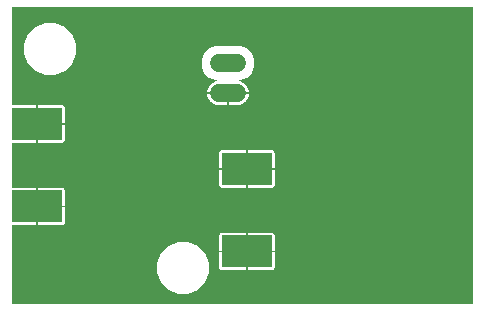
<source format=gbr>
G04 EAGLE Gerber RS-274X export*
G75*
%MOMM*%
%FSLAX34Y34*%
%LPD*%
%INBottom Copper*%
%IPPOS*%
%AMOC8*
5,1,8,0,0,1.08239X$1,22.5*%
G01*
%ADD10R,4.191000X2.667000*%
%ADD11C,1.524000*%
%ADD12P,2.164780X8X22.500000*%

G36*
X390050Y-369D02*
X390050Y-369D01*
X390101Y-367D01*
X390133Y-349D01*
X390169Y-341D01*
X390208Y-308D01*
X390253Y-284D01*
X390274Y-254D01*
X390302Y-231D01*
X390323Y-184D01*
X390353Y-142D01*
X390361Y-100D01*
X390373Y-72D01*
X390372Y-42D01*
X390380Y0D01*
X390380Y250000D01*
X390369Y250050D01*
X390367Y250101D01*
X390349Y250133D01*
X390341Y250169D01*
X390308Y250208D01*
X390284Y250253D01*
X390254Y250274D01*
X390231Y250302D01*
X390184Y250323D01*
X390142Y250353D01*
X390100Y250361D01*
X390072Y250373D01*
X390042Y250372D01*
X390000Y250380D01*
X0Y250380D01*
X-50Y250369D01*
X-101Y250367D01*
X-133Y250349D01*
X-169Y250341D01*
X-208Y250308D01*
X-253Y250284D01*
X-274Y250254D01*
X-302Y250231D01*
X-323Y250184D01*
X-353Y250142D01*
X-361Y250100D01*
X-373Y250072D01*
X-372Y250042D01*
X-380Y250000D01*
X-380Y168042D01*
X-369Y167992D01*
X-367Y167941D01*
X-349Y167909D01*
X-341Y167873D01*
X-308Y167834D01*
X-284Y167789D01*
X-254Y167768D01*
X-231Y167740D01*
X-184Y167719D01*
X-142Y167689D01*
X-100Y167681D01*
X-72Y167669D01*
X-42Y167670D01*
X0Y167662D01*
X20393Y167662D01*
X20393Y152167D01*
X20404Y152117D01*
X20406Y152066D01*
X20424Y152034D01*
X20432Y151998D01*
X20465Y151959D01*
X20489Y151914D01*
X20519Y151893D01*
X20542Y151865D01*
X20589Y151844D01*
X20631Y151814D01*
X20673Y151806D01*
X20701Y151794D01*
X20731Y151795D01*
X20773Y151787D01*
X21155Y151787D01*
X21155Y151785D01*
X20773Y151785D01*
X20723Y151774D01*
X20672Y151772D01*
X20640Y151754D01*
X20604Y151746D01*
X20565Y151713D01*
X20520Y151689D01*
X20499Y151659D01*
X20471Y151635D01*
X20450Y151589D01*
X20420Y151547D01*
X20412Y151505D01*
X20400Y151477D01*
X20401Y151447D01*
X20393Y151405D01*
X20393Y135910D01*
X0Y135910D01*
X-50Y135899D01*
X-101Y135897D01*
X-133Y135879D01*
X-169Y135871D01*
X-208Y135838D01*
X-253Y135814D01*
X-274Y135784D01*
X-302Y135761D01*
X-323Y135714D01*
X-353Y135672D01*
X-361Y135630D01*
X-373Y135602D01*
X-372Y135572D01*
X-380Y135530D01*
X-380Y98150D01*
X-369Y98100D01*
X-367Y98049D01*
X-349Y98017D01*
X-341Y97981D01*
X-308Y97942D01*
X-284Y97897D01*
X-254Y97876D01*
X-231Y97848D01*
X-184Y97827D01*
X-142Y97797D01*
X-100Y97789D01*
X-72Y97777D01*
X-42Y97778D01*
X0Y97770D01*
X20393Y97770D01*
X20393Y82275D01*
X20404Y82225D01*
X20406Y82174D01*
X20424Y82142D01*
X20432Y82106D01*
X20465Y82067D01*
X20489Y82022D01*
X20519Y82001D01*
X20542Y81973D01*
X20589Y81952D01*
X20631Y81922D01*
X20673Y81914D01*
X20701Y81902D01*
X20731Y81903D01*
X20773Y81895D01*
X21155Y81895D01*
X21155Y81893D01*
X20773Y81893D01*
X20723Y81882D01*
X20672Y81880D01*
X20640Y81862D01*
X20604Y81854D01*
X20565Y81821D01*
X20520Y81797D01*
X20499Y81767D01*
X20471Y81743D01*
X20450Y81697D01*
X20420Y81655D01*
X20412Y81613D01*
X20400Y81585D01*
X20401Y81555D01*
X20393Y81513D01*
X20393Y66018D01*
X0Y66018D01*
X-50Y66007D01*
X-101Y66005D01*
X-133Y65987D01*
X-169Y65979D01*
X-208Y65946D01*
X-253Y65922D01*
X-274Y65892D01*
X-302Y65869D01*
X-323Y65822D01*
X-353Y65780D01*
X-361Y65738D01*
X-373Y65710D01*
X-372Y65680D01*
X-380Y65638D01*
X-380Y0D01*
X-369Y-50D01*
X-367Y-101D01*
X-349Y-133D01*
X-341Y-169D01*
X-308Y-208D01*
X-284Y-253D01*
X-254Y-274D01*
X-231Y-302D01*
X-184Y-323D01*
X-142Y-353D01*
X-100Y-361D01*
X-72Y-373D01*
X-42Y-372D01*
X0Y-380D01*
X390000Y-380D01*
X390050Y-369D01*
G37*
%LPC*%
G36*
X28004Y192999D02*
X28004Y192999D01*
X19918Y196349D01*
X13729Y202538D01*
X10379Y210624D01*
X10379Y219376D01*
X13729Y227462D01*
X19918Y233651D01*
X28004Y237001D01*
X36756Y237001D01*
X44842Y233651D01*
X51031Y227462D01*
X54381Y219376D01*
X54381Y210624D01*
X51031Y202538D01*
X44842Y196349D01*
X36756Y192999D01*
X28004Y192999D01*
G37*
%LPD*%
%LPC*%
G36*
X140624Y7999D02*
X140624Y7999D01*
X132538Y11349D01*
X126349Y17538D01*
X122999Y25624D01*
X122999Y34376D01*
X126349Y42462D01*
X132538Y48651D01*
X140624Y52001D01*
X149376Y52001D01*
X157462Y48651D01*
X163651Y42462D01*
X167001Y34376D01*
X167001Y25624D01*
X163651Y17538D01*
X157462Y11349D01*
X149376Y7999D01*
X140624Y7999D01*
G37*
%LPD*%
%LPC*%
G36*
X182879Y177799D02*
X182879Y177799D01*
X182879Y178181D01*
X182867Y178231D01*
X182866Y178282D01*
X182848Y178314D01*
X182840Y178350D01*
X182807Y178389D01*
X182783Y178434D01*
X182753Y178455D01*
X182729Y178483D01*
X182683Y178504D01*
X182641Y178534D01*
X182599Y178542D01*
X182571Y178554D01*
X182541Y178553D01*
X182499Y178561D01*
X165099Y178561D01*
X165099Y178600D01*
X165349Y180179D01*
X165844Y181700D01*
X166570Y183125D01*
X167510Y184419D01*
X168641Y185550D01*
X169935Y186490D01*
X171360Y187216D01*
X172881Y187711D01*
X173594Y187823D01*
X173647Y187845D01*
X173703Y187858D01*
X173726Y187877D01*
X173754Y187889D01*
X173792Y187932D01*
X173837Y187968D01*
X173849Y187996D01*
X173869Y188019D01*
X173884Y188074D01*
X173907Y188127D01*
X173906Y188157D01*
X173914Y188186D01*
X173903Y188242D01*
X173901Y188300D01*
X173886Y188326D01*
X173881Y188356D01*
X173846Y188401D01*
X173818Y188452D01*
X173793Y188469D01*
X173775Y188493D01*
X173723Y188519D01*
X173676Y188552D01*
X173643Y188558D01*
X173620Y188570D01*
X173576Y188571D01*
X173534Y188579D01*
X172352Y188579D01*
X166978Y190805D01*
X162865Y194918D01*
X160639Y200292D01*
X160639Y206108D01*
X162865Y211482D01*
X166978Y215595D01*
X172352Y217821D01*
X193408Y217821D01*
X198782Y215595D01*
X202895Y211482D01*
X205121Y206108D01*
X205121Y200292D01*
X202895Y194918D01*
X198782Y190805D01*
X193408Y188579D01*
X192226Y188579D01*
X192170Y188566D01*
X192113Y188562D01*
X192087Y188547D01*
X192057Y188540D01*
X192013Y188503D01*
X191963Y188474D01*
X191947Y188449D01*
X191923Y188430D01*
X191900Y188377D01*
X191868Y188329D01*
X191865Y188299D01*
X191853Y188271D01*
X191855Y188214D01*
X191848Y188157D01*
X191858Y188129D01*
X191859Y188098D01*
X191887Y188048D01*
X191906Y187994D01*
X191927Y187973D01*
X191942Y187946D01*
X191989Y187913D01*
X192030Y187873D01*
X192062Y187861D01*
X192084Y187846D01*
X192126Y187838D01*
X192166Y187823D01*
X192879Y187711D01*
X194400Y187216D01*
X195825Y186490D01*
X197119Y185550D01*
X198250Y184419D01*
X199190Y183125D01*
X199916Y181700D01*
X200411Y180179D01*
X200661Y178600D01*
X200661Y178561D01*
X183261Y178561D01*
X183211Y178550D01*
X183160Y178548D01*
X183128Y178530D01*
X183092Y178522D01*
X183053Y178489D01*
X183008Y178465D01*
X182987Y178435D01*
X182959Y178412D01*
X182938Y178365D01*
X182909Y178323D01*
X182900Y178281D01*
X182888Y178253D01*
X182889Y178223D01*
X182881Y178181D01*
X182881Y177799D01*
X182879Y177799D01*
G37*
%LPD*%
%LPC*%
G36*
X21915Y152547D02*
X21915Y152547D01*
X21915Y167662D01*
X42444Y167662D01*
X43090Y167489D01*
X43669Y167154D01*
X44142Y166681D01*
X44477Y166102D01*
X44650Y165456D01*
X44650Y152547D01*
X21915Y152547D01*
G37*
%LPD*%
%LPC*%
G36*
X199607Y114447D02*
X199607Y114447D01*
X199607Y129562D01*
X220136Y129562D01*
X220782Y129389D01*
X221361Y129054D01*
X221834Y128581D01*
X222169Y128002D01*
X222342Y127356D01*
X222342Y114447D01*
X199607Y114447D01*
G37*
%LPD*%
%LPC*%
G36*
X21915Y82655D02*
X21915Y82655D01*
X21915Y97770D01*
X42444Y97770D01*
X43090Y97597D01*
X43669Y97262D01*
X44142Y96789D01*
X44477Y96210D01*
X44650Y95564D01*
X44650Y82655D01*
X21915Y82655D01*
G37*
%LPD*%
%LPC*%
G36*
X199607Y44555D02*
X199607Y44555D01*
X199607Y59670D01*
X220136Y59670D01*
X220782Y59497D01*
X221361Y59162D01*
X221834Y58689D01*
X222169Y58110D01*
X222342Y57464D01*
X222342Y44555D01*
X199607Y44555D01*
G37*
%LPD*%
%LPC*%
G36*
X175350Y114447D02*
X175350Y114447D01*
X175350Y127356D01*
X175523Y128002D01*
X175858Y128581D01*
X176331Y129054D01*
X176910Y129389D01*
X177556Y129562D01*
X198085Y129562D01*
X198085Y114447D01*
X175350Y114447D01*
G37*
%LPD*%
%LPC*%
G36*
X175350Y44555D02*
X175350Y44555D01*
X175350Y57464D01*
X175523Y58110D01*
X175858Y58689D01*
X176331Y59162D01*
X176910Y59497D01*
X177556Y59670D01*
X198085Y59670D01*
X198085Y44555D01*
X175350Y44555D01*
G37*
%LPD*%
%LPC*%
G36*
X21915Y135910D02*
X21915Y135910D01*
X21915Y151025D01*
X44650Y151025D01*
X44650Y138116D01*
X44477Y137470D01*
X44142Y136891D01*
X43669Y136418D01*
X43090Y136083D01*
X42444Y135910D01*
X21915Y135910D01*
G37*
%LPD*%
%LPC*%
G36*
X21915Y66018D02*
X21915Y66018D01*
X21915Y81133D01*
X44650Y81133D01*
X44650Y68224D01*
X44477Y67578D01*
X44142Y66999D01*
X43669Y66526D01*
X43090Y66191D01*
X42444Y66018D01*
X21915Y66018D01*
G37*
%LPD*%
%LPC*%
G36*
X199607Y97810D02*
X199607Y97810D01*
X199607Y112925D01*
X222342Y112925D01*
X222342Y100016D01*
X222169Y99370D01*
X221834Y98791D01*
X221361Y98318D01*
X220782Y97983D01*
X220136Y97810D01*
X199607Y97810D01*
G37*
%LPD*%
%LPC*%
G36*
X199607Y27918D02*
X199607Y27918D01*
X199607Y43033D01*
X222342Y43033D01*
X222342Y30124D01*
X222169Y29478D01*
X221834Y28899D01*
X221361Y28426D01*
X220782Y28091D01*
X220136Y27918D01*
X199607Y27918D01*
G37*
%LPD*%
%LPC*%
G36*
X177556Y97810D02*
X177556Y97810D01*
X176910Y97983D01*
X176331Y98318D01*
X175858Y98791D01*
X175523Y99370D01*
X175350Y100016D01*
X175350Y112925D01*
X198085Y112925D01*
X198085Y97810D01*
X177556Y97810D01*
G37*
%LPD*%
%LPC*%
G36*
X177556Y27918D02*
X177556Y27918D01*
X176910Y28091D01*
X176331Y28426D01*
X175858Y28899D01*
X175523Y29478D01*
X175350Y30124D01*
X175350Y43033D01*
X198085Y43033D01*
X198085Y27918D01*
X177556Y27918D01*
G37*
%LPD*%
%LPC*%
G36*
X183641Y167639D02*
X183641Y167639D01*
X183641Y177039D01*
X200661Y177039D01*
X200661Y177000D01*
X200411Y175421D01*
X199916Y173900D01*
X199190Y172475D01*
X198250Y171181D01*
X197119Y170050D01*
X195825Y169110D01*
X194400Y168384D01*
X192879Y167889D01*
X191300Y167639D01*
X183641Y167639D01*
G37*
%LPD*%
%LPC*%
G36*
X174460Y167639D02*
X174460Y167639D01*
X172881Y167889D01*
X171360Y168384D01*
X169935Y169110D01*
X168641Y170050D01*
X167510Y171181D01*
X166570Y172475D01*
X165844Y173900D01*
X165349Y175421D01*
X165099Y177000D01*
X165099Y177039D01*
X182119Y177039D01*
X182119Y167639D01*
X174460Y167639D01*
G37*
%LPD*%
%LPC*%
G36*
X198845Y113685D02*
X198845Y113685D01*
X198845Y113687D01*
X198847Y113687D01*
X198847Y113685D01*
X198845Y113685D01*
G37*
%LPD*%
%LPC*%
G36*
X198845Y43793D02*
X198845Y43793D01*
X198845Y43795D01*
X198847Y43795D01*
X198847Y43793D01*
X198845Y43793D01*
G37*
%LPD*%
D10*
X21154Y81894D03*
X21154Y151786D03*
X198846Y113686D03*
X198846Y43794D03*
D11*
X190500Y203200D02*
X175260Y203200D01*
X175260Y177800D02*
X190500Y177800D01*
D12*
X60960Y27940D03*
M02*

</source>
